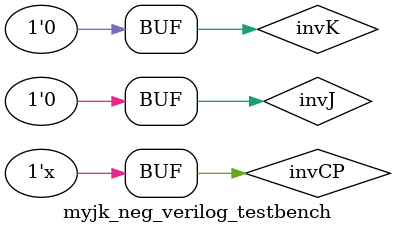
<source format=v>
`timescale 1ns / 1ps


module myjk_neg_verilog_testbench;

	// Inputs
	reg invCP;
	reg invJ;
	reg invK;

	// Outputs
	wire Q;
	wire invQ;

	// Instantiate the Unit Under Test (UUT)
	myjk_neg_verilog uut (
		.invCP(invCP), 
		.invJ(invJ), 
		.invK(invK), 
		.Q(Q), 
		.invQ(invQ)
	);
	
	always begin
		#10 invCP <= ~invCP;
	end
	initial begin
		// Initialize Inputs
		invCP = 0;
		
		invJ = 1; //reset
		invK = 0;
		
		// Wait 100 ns for global reset to finish
		// Add stimulus here
		#100; //hold
		invJ = 1;
		invK = 1;

		#100; //set
		invJ = 0;
		invK = 1;
		
		#100
		invJ = 0; //toggle
		invK = 0;
    end
      
endmodule


</source>
